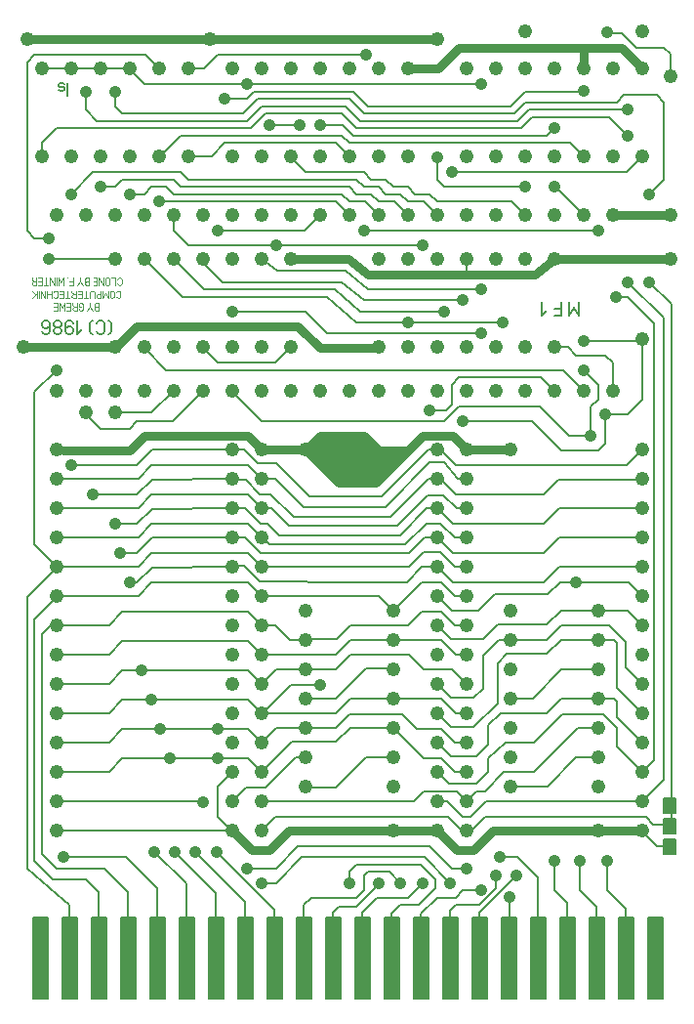
<source format=gbr>
%FSLAX34Y34*%
%MOMM*%
%LNCOPPER_TOP*%
G71*
G01*
%ADD10C,1.230*%
%ADD11C,1.070*%
%ADD12C,0.200*%
%ADD13C,0.800*%
%ADD14C,3.800*%
%ADD15C,0.078*%
%ADD16C,0.144*%
%ADD17C,0.133*%
%LPD*%
X63500Y-342000D02*
G54D10*
D03*
X63500Y-322950D02*
G54D10*
D03*
X88900Y-322950D02*
G54D10*
D03*
X114300Y-322950D02*
G54D10*
D03*
X139700Y-322950D02*
G54D10*
D03*
X88900Y-342000D02*
G54D10*
D03*
X165100Y-322950D02*
G54D10*
D03*
X38100Y-322950D02*
G54D10*
D03*
X38100Y-373750D02*
G54D10*
D03*
X190500Y-373750D02*
G54D10*
D03*
X190500Y-399150D02*
G54D10*
D03*
X38100Y-399150D02*
G54D10*
D03*
X190500Y-322950D02*
G54D10*
D03*
X215900Y-322950D02*
G54D10*
D03*
X241300Y-322950D02*
G54D10*
D03*
X266700Y-322950D02*
G54D10*
D03*
X292100Y-322950D02*
G54D10*
D03*
X317500Y-322950D02*
G54D10*
D03*
X342900Y-322950D02*
G54D10*
D03*
X368300Y-322950D02*
G54D10*
D03*
X393700Y-322950D02*
G54D10*
D03*
X419100Y-322950D02*
G54D10*
D03*
X444500Y-322950D02*
G54D10*
D03*
X469900Y-322950D02*
G54D10*
D03*
X495300Y-322950D02*
G54D10*
D03*
X520700Y-322950D02*
G54D10*
D03*
X38100Y-424550D02*
G54D10*
D03*
X38100Y-449950D02*
G54D10*
D03*
X38100Y-475350D02*
G54D10*
D03*
X38100Y-500750D02*
G54D10*
D03*
X38100Y-526150D02*
G54D10*
D03*
X38100Y-551550D02*
G54D10*
D03*
X38100Y-576950D02*
G54D10*
D03*
X38100Y-602350D02*
G54D10*
D03*
X38100Y-627750D02*
G54D10*
D03*
X38100Y-653150D02*
G54D10*
D03*
X38100Y-678550D02*
G54D10*
D03*
X38100Y-703950D02*
G54D10*
D03*
X190500Y-424550D02*
G54D10*
D03*
X190500Y-449950D02*
G54D10*
D03*
X190500Y-475350D02*
G54D10*
D03*
X190500Y-500750D02*
G54D10*
D03*
X190500Y-526150D02*
G54D10*
D03*
X190500Y-551550D02*
G54D10*
D03*
X190500Y-576950D02*
G54D10*
D03*
X190500Y-602350D02*
G54D10*
D03*
X190500Y-627750D02*
G54D10*
D03*
X190500Y-653150D02*
G54D10*
D03*
X190500Y-678550D02*
G54D10*
D03*
X190500Y-703950D02*
G54D10*
D03*
X215900Y-373750D02*
G54D10*
D03*
X215900Y-399150D02*
G54D10*
D03*
X215900Y-424550D02*
G54D10*
D03*
X215900Y-449950D02*
G54D10*
D03*
X215900Y-475350D02*
G54D10*
D03*
X215900Y-500750D02*
G54D10*
D03*
X215900Y-526150D02*
G54D10*
D03*
X215900Y-551550D02*
G54D10*
D03*
X215900Y-576950D02*
G54D10*
D03*
X215900Y-602350D02*
G54D10*
D03*
X215900Y-627750D02*
G54D10*
D03*
X215900Y-653150D02*
G54D10*
D03*
X215900Y-678550D02*
G54D10*
D03*
X215900Y-703950D02*
G54D10*
D03*
X368300Y-373750D02*
G54D10*
D03*
X368300Y-399150D02*
G54D10*
D03*
X368300Y-424550D02*
G54D10*
D03*
X368300Y-449950D02*
G54D10*
D03*
X368300Y-475350D02*
G54D10*
D03*
X368300Y-500750D02*
G54D10*
D03*
X368300Y-526150D02*
G54D10*
D03*
X368300Y-551550D02*
G54D10*
D03*
X368300Y-576950D02*
G54D10*
D03*
X368300Y-602350D02*
G54D10*
D03*
X368300Y-627750D02*
G54D10*
D03*
X368300Y-653150D02*
G54D10*
D03*
X368300Y-678550D02*
G54D10*
D03*
X368300Y-703950D02*
G54D10*
D03*
X393700Y-373750D02*
G54D10*
D03*
X393700Y-399150D02*
G54D10*
D03*
X393700Y-424550D02*
G54D10*
D03*
X393700Y-449950D02*
G54D10*
D03*
X393700Y-475350D02*
G54D10*
D03*
X393700Y-500750D02*
G54D10*
D03*
X393700Y-526150D02*
G54D10*
D03*
X393700Y-551550D02*
G54D10*
D03*
X393700Y-576950D02*
G54D10*
D03*
X393700Y-602350D02*
G54D10*
D03*
X393700Y-627750D02*
G54D10*
D03*
X393700Y-653150D02*
G54D10*
D03*
X393700Y-678550D02*
G54D10*
D03*
X393700Y-703950D02*
G54D10*
D03*
X546100Y-373750D02*
G54D10*
D03*
X546100Y-399150D02*
G54D10*
D03*
X546100Y-424550D02*
G54D10*
D03*
X546100Y-449950D02*
G54D10*
D03*
X546100Y-475350D02*
G54D10*
D03*
X546100Y-500750D02*
G54D10*
D03*
X546100Y-526150D02*
G54D10*
D03*
X546100Y-551550D02*
G54D10*
D03*
X546100Y-576950D02*
G54D10*
D03*
X546100Y-602350D02*
G54D10*
D03*
X546100Y-627750D02*
G54D10*
D03*
X546100Y-653150D02*
G54D10*
D03*
X546100Y-678550D02*
G54D10*
D03*
X546100Y-703950D02*
G54D10*
D03*
X330200Y-703950D02*
G54D10*
D03*
X330200Y-665850D02*
G54D10*
D03*
X330200Y-640450D02*
G54D10*
D03*
X330200Y-615050D02*
G54D10*
D03*
X330200Y-589650D02*
G54D10*
D03*
X254000Y-665850D02*
G54D10*
D03*
X254000Y-640450D02*
G54D10*
D03*
X254000Y-615050D02*
G54D10*
D03*
X254000Y-589650D02*
G54D10*
D03*
X254000Y-564250D02*
G54D10*
D03*
X254000Y-538850D02*
G54D10*
D03*
X330200Y-538850D02*
G54D10*
D03*
X330200Y-564250D02*
G54D10*
D03*
X254000Y-513450D02*
G54D10*
D03*
X330200Y-513450D02*
G54D10*
D03*
X431800Y-513450D02*
G54D10*
D03*
X431800Y-538850D02*
G54D10*
D03*
X431800Y-564250D02*
G54D10*
D03*
X431800Y-589650D02*
G54D10*
D03*
X431800Y-615050D02*
G54D10*
D03*
X431800Y-640450D02*
G54D10*
D03*
X431800Y-665850D02*
G54D10*
D03*
X508000Y-513450D02*
G54D10*
D03*
X508000Y-538850D02*
G54D10*
D03*
X508000Y-564250D02*
G54D10*
D03*
X508000Y-589650D02*
G54D10*
D03*
X508000Y-615050D02*
G54D10*
D03*
X508000Y-640450D02*
G54D10*
D03*
X508000Y-665850D02*
G54D10*
D03*
X9525Y-284850D02*
G54D10*
D03*
X88900Y-284850D02*
G54D10*
D03*
X114300Y-284850D02*
G54D10*
D03*
X139700Y-284850D02*
G54D10*
D03*
X165100Y-284850D02*
G54D10*
D03*
X190500Y-284850D02*
G54D10*
D03*
X215900Y-284850D02*
G54D10*
D03*
X241300Y-284850D02*
G54D10*
D03*
X317500Y-284850D02*
G54D10*
D03*
X342900Y-284850D02*
G54D10*
D03*
X368300Y-284850D02*
G54D10*
D03*
X393700Y-284850D02*
G54D10*
D03*
X419100Y-284850D02*
G54D10*
D03*
X444500Y-284850D02*
G54D10*
D03*
X469900Y-284850D02*
G54D10*
D03*
X546100Y-278500D02*
G54D10*
D03*
X88900Y-208650D02*
G54D10*
D03*
X114300Y-208650D02*
G54D10*
D03*
X139700Y-208650D02*
G54D10*
D03*
X165100Y-208650D02*
G54D10*
D03*
X190500Y-208650D02*
G54D10*
D03*
X215900Y-208650D02*
G54D10*
D03*
X241300Y-208650D02*
G54D10*
D03*
X317500Y-208650D02*
G54D10*
D03*
X342900Y-208650D02*
G54D10*
D03*
X368300Y-208650D02*
G54D10*
D03*
X393700Y-208650D02*
G54D10*
D03*
X419100Y-208650D02*
G54D10*
D03*
X444500Y-208650D02*
G54D10*
D03*
X469900Y-208650D02*
G54D10*
D03*
X570706Y-208650D02*
G54D10*
D03*
X570706Y-170550D02*
G54D10*
D03*
X520700Y-170550D02*
G54D10*
D03*
X254000Y-373750D02*
G54D10*
D03*
X38100Y-170550D02*
G54D10*
D03*
X63500Y-170550D02*
G54D10*
D03*
X88900Y-170550D02*
G54D10*
D03*
X114300Y-170550D02*
G54D10*
D03*
X139700Y-170550D02*
G54D10*
D03*
X165100Y-170550D02*
G54D10*
D03*
X190500Y-170550D02*
G54D10*
D03*
X215900Y-170550D02*
G54D10*
D03*
X241300Y-170550D02*
G54D10*
D03*
X266700Y-170550D02*
G54D10*
D03*
X292100Y-170550D02*
G54D10*
D03*
X317500Y-170550D02*
G54D10*
D03*
X342900Y-170550D02*
G54D10*
D03*
X368300Y-170550D02*
G54D10*
D03*
X393700Y-170550D02*
G54D10*
D03*
X419100Y-170550D02*
G54D10*
D03*
X444500Y-170550D02*
G54D10*
D03*
X469900Y-170550D02*
G54D10*
D03*
X495300Y-170550D02*
G54D10*
D03*
X25400Y-119750D02*
G54D10*
D03*
X50800Y-119750D02*
G54D10*
D03*
X76200Y-119750D02*
G54D10*
D03*
X101600Y-119750D02*
G54D10*
D03*
X127000Y-119750D02*
G54D10*
D03*
X152400Y-119750D02*
G54D10*
D03*
X190500Y-119750D02*
G54D10*
D03*
X215900Y-119750D02*
G54D10*
D03*
X241300Y-119750D02*
G54D10*
D03*
X266700Y-119750D02*
G54D10*
D03*
X292100Y-119750D02*
G54D10*
D03*
X317500Y-119750D02*
G54D10*
D03*
X342900Y-119750D02*
G54D10*
D03*
X393700Y-119750D02*
G54D10*
D03*
X419100Y-119750D02*
G54D10*
D03*
X444500Y-119750D02*
G54D10*
D03*
X469900Y-119750D02*
G54D10*
D03*
X495300Y-119750D02*
G54D10*
D03*
X520700Y-119750D02*
G54D10*
D03*
X546100Y-119750D02*
G54D10*
D03*
X25400Y-43550D02*
G54D10*
D03*
X50800Y-43550D02*
G54D10*
D03*
X76200Y-43550D02*
G54D10*
D03*
X101600Y-43550D02*
G54D10*
D03*
X127000Y-43550D02*
G54D10*
D03*
X152400Y-43550D02*
G54D10*
D03*
X190500Y-43550D02*
G54D10*
D03*
X215900Y-43550D02*
G54D10*
D03*
X241300Y-43550D02*
G54D10*
D03*
X266700Y-43550D02*
G54D10*
D03*
X292100Y-43550D02*
G54D10*
D03*
X317500Y-43550D02*
G54D10*
D03*
X393700Y-43550D02*
G54D10*
D03*
X419100Y-43550D02*
G54D10*
D03*
X444500Y-43550D02*
G54D10*
D03*
X469900Y-43550D02*
G54D10*
D03*
X495300Y-43550D02*
G54D10*
D03*
X520700Y-43550D02*
G54D10*
D03*
X546100Y-43550D02*
G54D10*
D03*
X12700Y-18150D02*
G54D10*
D03*
X171450Y-18150D02*
G54D10*
D03*
X368300Y-18150D02*
G54D10*
D03*
X444500Y-11800D02*
G54D10*
D03*
X546100Y-11800D02*
G54D10*
D03*
X508000Y-703950D02*
G54D10*
D03*
X570706Y-50694D02*
G54D10*
D03*
X63500Y-63500D02*
G54D11*
D03*
X88900Y-63500D02*
G54D11*
D03*
X184150Y-69850D02*
G54D11*
D03*
X203200Y-57150D02*
G54D11*
D03*
X406400Y-57150D02*
G54D11*
D03*
X495300Y-63103D02*
G54D11*
D03*
X342900Y-43550D02*
G54D10*
D03*
X223044Y-92869D02*
G54D11*
D03*
X249238Y-92869D02*
G54D11*
D03*
X266700Y-92869D02*
G54D11*
D03*
X469900Y-95250D02*
G54D11*
D03*
X533400Y-101600D02*
G54D11*
D03*
X533400Y-79375D02*
G54D11*
D03*
X368300Y-120650D02*
G54D11*
D03*
X381000Y-133350D02*
G54D11*
D03*
X444500Y-146050D02*
G54D11*
D03*
X469900Y-146050D02*
G54D11*
D03*
X515938Y-11906D02*
G54D11*
D03*
X50800Y-152400D02*
G54D11*
D03*
X76200Y-146050D02*
G54D11*
D03*
X101600Y-152400D02*
G54D11*
D03*
X127000Y-158750D02*
G54D11*
D03*
X552450Y-152400D02*
G54D11*
D03*
X533400Y-228600D02*
G54D11*
D03*
X552450Y-228600D02*
G54D11*
D03*
X523081Y-241300D02*
G54D11*
D03*
X31750Y-190500D02*
G54D11*
D03*
X177800Y-184150D02*
G54D11*
D03*
X228600Y-196850D02*
G54D11*
D03*
X304800Y-184150D02*
G54D11*
D03*
X355600Y-196850D02*
G54D11*
D03*
X508000Y-184150D02*
G54D11*
D03*
X190500Y-254000D02*
G54D11*
D03*
X342900Y-263525D02*
G54D11*
D03*
X390525Y-244475D02*
G54D11*
D03*
X406400Y-234950D02*
G54D11*
D03*
X374650Y-254000D02*
G54D11*
D03*
X406400Y-273050D02*
G54D11*
D03*
X425450Y-263525D02*
G54D11*
D03*
X306388Y-31750D02*
G54D11*
D03*
X495300Y-279400D02*
G54D11*
D03*
X495300Y-304800D02*
G54D11*
D03*
X514350Y-342900D02*
G54D11*
D03*
X501650Y-361950D02*
G54D11*
D03*
X390525Y-349250D02*
G54D11*
D03*
X361950Y-339725D02*
G54D11*
D03*
X431800Y-373750D02*
G54D10*
D03*
X38100Y-304800D02*
G54D11*
D03*
X50800Y-387350D02*
G54D11*
D03*
X69850Y-412750D02*
G54D11*
D03*
X88900Y-438150D02*
G54D11*
D03*
X92869Y-463550D02*
G54D11*
D03*
X101600Y-488950D02*
G54D11*
D03*
X111919Y-565150D02*
G54D11*
D03*
X119856Y-590550D02*
G54D11*
D03*
X488950Y-488950D02*
G54D11*
D03*
X128191Y-615950D02*
G54D11*
D03*
X136128Y-641350D02*
G54D11*
D03*
X177800Y-615950D02*
G54D11*
D03*
X177800Y-641350D02*
G54D11*
D03*
X165100Y-679450D02*
G54D11*
D03*
X266700Y-577850D02*
G54D11*
D03*
G54D12*
X215900Y-602350D02*
X216800Y-602350D01*
X241300Y-577850D01*
X266700Y-577850D01*
X123031Y-722312D02*
G54D11*
D03*
X140494Y-722312D02*
G54D11*
D03*
X158353Y-722312D02*
G54D11*
D03*
X176609Y-722312D02*
G54D11*
D03*
X44450Y-727075D02*
G54D11*
D03*
X203200Y-736600D02*
G54D11*
D03*
X215900Y-749300D02*
G54D11*
D03*
X292100Y-749300D02*
G54D11*
D03*
X317500Y-749300D02*
G54D11*
D03*
X336550Y-749300D02*
G54D11*
D03*
X355600Y-749300D02*
G54D11*
D03*
X379412Y-749300D02*
G54D11*
D03*
X393700Y-736600D02*
G54D11*
D03*
X406400Y-755650D02*
G54D11*
D03*
X419100Y-742950D02*
G54D11*
D03*
X422275Y-727075D02*
G54D11*
D03*
X431244Y-761365D02*
G54D11*
D03*
X436562Y-742950D02*
G54D11*
D03*
X469900Y-730250D02*
G54D11*
D03*
X491728Y-730250D02*
G54D11*
D03*
X515938Y-730250D02*
G54D11*
D03*
G54D12*
X38100Y-703950D02*
X190500Y-703950D01*
G54D12*
X38100Y-678550D02*
X164200Y-678550D01*
X165100Y-679450D01*
G54D12*
X136128Y-641350D02*
X177800Y-641350D01*
G54D12*
X128191Y-615950D02*
X177800Y-615950D01*
G54D12*
X119856Y-590550D02*
X204100Y-590550D01*
X215900Y-602350D01*
G54D12*
X38100Y-500750D02*
X108850Y-500750D01*
X120650Y-488950D01*
X204100Y-488950D01*
X215900Y-500750D01*
G36*
X43021Y-779621D02*
X55721Y-779621D01*
X55721Y-849471D01*
X43021Y-849471D01*
X43021Y-779621D01*
G37*
G54D12*
X43021Y-779621D02*
X55721Y-779621D01*
X55721Y-849471D01*
X43021Y-849471D01*
X43021Y-779621D01*
G36*
X17621Y-779621D02*
X30321Y-779621D01*
X30321Y-849471D01*
X17621Y-849471D01*
X17621Y-779621D01*
G37*
G54D12*
X17621Y-779621D02*
X30321Y-779621D01*
X30321Y-849471D01*
X17621Y-849471D01*
X17621Y-779621D01*
X23999Y-789440D02*
G54D10*
D03*
G54D12*
X190500Y-703950D02*
X189600Y-703950D01*
X177800Y-692150D01*
X177800Y-665850D01*
X190500Y-653150D01*
G54D12*
X111919Y-565150D02*
X204100Y-565150D01*
X215900Y-576950D01*
G54D13*
X44450Y-374650D02*
X101600Y-374650D01*
X114300Y-361950D01*
X204100Y-361950D01*
X215900Y-373750D01*
G54D13*
X215900Y-373750D02*
X254000Y-373750D01*
G54D13*
X393700Y-373750D02*
X431800Y-373750D01*
X292100Y-382191D02*
G54D14*
D03*
G36*
X260350Y-368300D02*
X266700Y-361950D01*
X304800Y-361950D01*
X317500Y-374650D01*
X342900Y-374650D01*
X314722Y-402828D01*
X283078Y-402828D01*
X254000Y-373750D01*
X260350Y-368300D01*
G37*
G54D13*
X260350Y-368300D02*
X266700Y-361950D01*
X304800Y-361950D01*
X317500Y-374650D01*
X342900Y-374650D01*
X314722Y-402828D01*
X283078Y-402828D01*
X254000Y-373750D01*
X260350Y-368300D01*
G54D13*
X342900Y-374650D02*
X355600Y-361950D01*
X381900Y-361950D01*
X393700Y-373750D01*
G54D12*
X50800Y-387350D02*
X107950Y-387350D01*
X121444Y-373856D01*
X190500Y-373750D01*
G54D12*
X38100Y-399150D02*
X108850Y-399150D01*
X120650Y-387350D01*
X204100Y-387350D01*
X215900Y-399150D01*
G54D12*
X69850Y-412750D02*
X107950Y-412750D01*
X121047Y-399653D01*
X190500Y-399150D01*
G54D12*
X38100Y-424550D02*
X108850Y-424550D01*
X120650Y-412750D01*
X204100Y-412750D01*
X215900Y-424550D01*
G54D12*
X88900Y-438150D02*
X107950Y-438150D01*
X121047Y-425053D01*
X190500Y-424550D01*
G54D12*
X38100Y-449950D02*
X108850Y-449950D01*
X120650Y-438150D01*
X204100Y-438150D01*
X215900Y-449950D01*
G54D12*
X92869Y-463550D02*
X107950Y-463550D01*
X121444Y-450056D01*
X190500Y-449950D01*
G54D12*
X38100Y-475350D02*
X108850Y-475350D01*
X120650Y-463550D01*
X204100Y-463550D01*
X215900Y-475350D01*
G54D12*
X101600Y-488950D02*
X107950Y-488950D01*
X121047Y-475853D01*
X190500Y-475350D01*
G54D12*
X38100Y-653150D02*
X83450Y-653150D01*
X95250Y-641350D01*
X136128Y-641350D01*
G54D12*
X38100Y-602350D02*
X83450Y-602350D01*
X95250Y-590550D01*
X119856Y-590550D01*
G54D12*
X38100Y-576950D02*
X83450Y-576950D01*
X95250Y-565150D01*
X111919Y-565150D01*
G54D12*
X38100Y-551550D02*
X83450Y-551550D01*
X95250Y-539750D01*
X204100Y-539750D01*
X215900Y-551550D01*
G54D12*
X38100Y-526150D02*
X83450Y-526150D01*
X95250Y-514350D01*
X204100Y-514350D01*
X215900Y-526150D01*
G54D12*
X177800Y-641350D02*
X204100Y-641350D01*
X215900Y-653150D01*
G54D12*
X177800Y-615950D02*
X204100Y-615950D01*
X215900Y-627750D01*
G54D13*
X9525Y-284850D02*
X88900Y-284850D01*
X89800Y-284850D01*
X107950Y-266700D01*
X247650Y-266700D01*
X266700Y-285750D01*
X316600Y-285750D01*
X317500Y-284850D01*
G54D13*
X12700Y-18150D02*
X171450Y-18150D01*
X368300Y-18150D01*
G54D13*
X342900Y-43550D02*
X368988Y-43550D01*
X369094Y-43656D01*
X387350Y-25400D01*
X527950Y-25400D01*
X546100Y-43550D01*
G54D13*
X495300Y-25400D02*
X495300Y-43550D01*
G54D15*
X89745Y-237384D02*
X90212Y-236606D01*
X91145Y-236217D01*
X92078Y-236217D01*
X93012Y-236606D01*
X93478Y-237384D01*
X93478Y-241273D01*
X93012Y-242050D01*
X92078Y-242439D01*
X91145Y-242439D01*
X90212Y-242050D01*
X89745Y-241273D01*
G54D15*
X84301Y-241273D02*
X84301Y-237384D01*
X84768Y-236606D01*
X85701Y-236217D01*
X86634Y-236217D01*
X87568Y-236606D01*
X88034Y-237384D01*
X88034Y-241273D01*
X87568Y-242050D01*
X86634Y-242439D01*
X85701Y-242439D01*
X84768Y-242050D01*
X84301Y-241273D01*
G54D15*
X82590Y-236217D02*
X82590Y-242439D01*
X80257Y-238550D01*
X77924Y-242439D01*
X77924Y-236217D01*
G54D15*
X76212Y-236217D02*
X76212Y-242439D01*
X73879Y-242439D01*
X72946Y-242050D01*
X72479Y-241273D01*
X72479Y-240495D01*
X72946Y-239717D01*
X73879Y-239328D01*
X76212Y-239328D01*
G54D15*
X70768Y-242439D02*
X70768Y-237384D01*
X70302Y-236606D01*
X69368Y-236217D01*
X68435Y-236217D01*
X67502Y-236606D01*
X67035Y-237384D01*
X67035Y-242439D01*
G54D15*
X63458Y-236217D02*
X63458Y-242439D01*
G54D15*
X65324Y-242439D02*
X61591Y-242439D01*
G54D15*
X56614Y-236217D02*
X59880Y-236217D01*
X59880Y-242439D01*
X56614Y-242439D01*
G54D15*
X59880Y-239328D02*
X56614Y-239328D01*
G54D15*
X53036Y-239328D02*
X51636Y-238550D01*
X51169Y-237773D01*
X51169Y-236217D01*
G54D15*
X54902Y-236217D02*
X54902Y-242439D01*
X52569Y-242439D01*
X51636Y-242050D01*
X51169Y-241273D01*
X51169Y-240495D01*
X51636Y-239717D01*
X52569Y-239328D01*
X54902Y-239328D01*
G54D15*
X47592Y-236217D02*
X47592Y-242439D01*
G54D15*
X49458Y-242439D02*
X45725Y-242439D01*
G54D15*
X40748Y-236217D02*
X44014Y-236217D01*
X44014Y-242439D01*
X40748Y-242439D01*
G54D15*
X44014Y-239328D02*
X40748Y-239328D01*
G54D15*
X35303Y-237384D02*
X35770Y-236606D01*
X36703Y-236217D01*
X37636Y-236217D01*
X38570Y-236606D01*
X39036Y-237384D01*
X39036Y-241273D01*
X38570Y-242050D01*
X37636Y-242439D01*
X36703Y-242439D01*
X35770Y-242050D01*
X35303Y-241273D01*
G54D15*
X33592Y-236217D02*
X33592Y-242439D01*
G54D15*
X29859Y-236217D02*
X29859Y-242439D01*
G54D15*
X33592Y-239328D02*
X29859Y-239328D01*
G54D15*
X28148Y-236217D02*
X28148Y-242439D01*
X24415Y-236217D01*
X24415Y-242439D01*
G54D15*
X22704Y-236217D02*
X22704Y-242439D01*
G54D15*
X20994Y-236217D02*
X20994Y-242439D01*
G54D15*
X20994Y-238162D02*
X17260Y-242439D01*
G54D15*
X19594Y-239328D02*
X17260Y-236217D01*
G54D15*
X74724Y-247176D02*
X74724Y-253398D01*
X72391Y-253398D01*
X71457Y-253010D01*
X70991Y-252232D01*
X70991Y-251454D01*
X71457Y-250676D01*
X72391Y-250287D01*
X71457Y-249898D01*
X70991Y-249121D01*
X70991Y-248343D01*
X71457Y-247565D01*
X72391Y-247176D01*
X74724Y-247176D01*
G54D15*
X74724Y-250287D02*
X72391Y-250287D01*
G54D15*
X69280Y-253398D02*
X66947Y-250287D01*
X66947Y-247176D01*
G54D15*
X66947Y-250287D02*
X64613Y-253398D01*
G54D15*
X59231Y-250287D02*
X57365Y-250287D01*
X57365Y-248343D01*
X57831Y-247565D01*
X58765Y-247176D01*
X59698Y-247176D01*
X60631Y-247565D01*
X61098Y-248343D01*
X61098Y-252232D01*
X60631Y-253010D01*
X59698Y-253398D01*
X58765Y-253398D01*
X57831Y-253010D01*
X57365Y-252232D01*
G54D15*
X53787Y-250287D02*
X52387Y-249510D01*
X51921Y-248732D01*
X51921Y-247176D01*
G54D15*
X55654Y-247176D02*
X55654Y-253398D01*
X53321Y-253398D01*
X52387Y-253010D01*
X51921Y-252232D01*
X51921Y-251454D01*
X52387Y-250676D01*
X53321Y-250287D01*
X55654Y-250287D01*
G54D15*
X46943Y-247176D02*
X50210Y-247176D01*
X50210Y-253398D01*
X46943Y-253398D01*
G54D15*
X50210Y-250287D02*
X46943Y-250287D01*
G54D15*
X45232Y-253398D02*
X45232Y-247176D01*
X42899Y-251065D01*
X40565Y-247176D01*
X40565Y-253398D01*
G54D15*
X35587Y-247176D02*
X38854Y-247176D01*
X38854Y-253398D01*
X35587Y-253398D01*
G54D15*
X38854Y-250287D02*
X35587Y-250287D01*
G54D16*
X82738Y-273802D02*
X84472Y-273079D01*
X85338Y-271635D01*
X85338Y-264413D01*
X84472Y-262968D01*
X82738Y-262246D01*
G54D16*
X72627Y-264413D02*
X73494Y-262968D01*
X75227Y-262246D01*
X76960Y-262246D01*
X78694Y-262968D01*
X79560Y-264413D01*
X79560Y-271635D01*
X78694Y-273079D01*
X76960Y-273802D01*
X75227Y-273802D01*
X73494Y-273079D01*
X72627Y-271635D01*
G54D16*
X69450Y-273802D02*
X67716Y-273079D01*
X66850Y-271635D01*
X66850Y-264413D01*
X67716Y-262968D01*
X69450Y-262246D01*
G54D16*
X60320Y-269468D02*
X55987Y-273802D01*
X55987Y-262246D01*
G54D16*
X52810Y-264413D02*
X51943Y-262968D01*
X50210Y-262246D01*
X48476Y-262246D01*
X46743Y-262968D01*
X45876Y-264413D01*
X45876Y-268024D01*
X45876Y-268746D01*
X48476Y-267302D01*
X50210Y-267302D01*
X51943Y-268024D01*
X52810Y-269468D01*
X52810Y-271635D01*
X51943Y-273079D01*
X50210Y-273802D01*
X48476Y-273802D01*
X46743Y-273079D01*
X45876Y-271635D01*
X45876Y-268024D01*
G54D16*
X38365Y-268024D02*
X40098Y-268024D01*
X41832Y-268746D01*
X42698Y-270190D01*
X42698Y-271635D01*
X41832Y-273079D01*
X40098Y-273802D01*
X38365Y-273802D01*
X36632Y-273079D01*
X35765Y-271635D01*
X35765Y-270190D01*
X36632Y-268746D01*
X38365Y-268024D01*
X36632Y-267302D01*
X35765Y-265857D01*
X35765Y-264413D01*
X36632Y-262968D01*
X38365Y-262246D01*
X40098Y-262246D01*
X41832Y-262968D01*
X42698Y-264413D01*
X42698Y-265857D01*
X41832Y-267302D01*
X40098Y-268024D01*
G54D16*
X25654Y-271635D02*
X26521Y-273079D01*
X28254Y-273802D01*
X29988Y-273802D01*
X31721Y-273079D01*
X32588Y-271635D01*
X32588Y-268024D01*
X32588Y-267302D01*
X29988Y-268746D01*
X28254Y-268746D01*
X26521Y-268024D01*
X25654Y-266579D01*
X25654Y-264413D01*
X26521Y-262968D01*
X28254Y-262246D01*
X29988Y-262246D01*
X31721Y-262968D01*
X32588Y-264413D01*
X32588Y-268024D01*
G54D12*
X88900Y-342000D02*
X120650Y-342000D01*
X139700Y-322950D01*
G54D12*
X63500Y-342000D02*
X63500Y-342900D01*
X76200Y-355600D01*
X101600Y-355600D01*
X107950Y-349250D01*
X138800Y-349250D01*
X165100Y-322950D01*
G54D12*
X38100Y-304800D02*
X19050Y-323850D01*
X19050Y-456300D01*
X38100Y-475350D01*
G54D12*
X31750Y-208650D02*
X88900Y-208650D01*
G54D12*
X165100Y-284850D02*
X165100Y-285750D01*
X177800Y-298450D01*
X227700Y-298450D01*
X241300Y-284850D01*
G54D16*
X490988Y-246269D02*
X490988Y-257825D01*
X486655Y-250603D01*
X482322Y-257825D01*
X482322Y-246269D01*
G54D16*
X475792Y-246269D02*
X475792Y-257825D01*
X469726Y-257825D01*
G54D16*
X475792Y-252047D02*
X469726Y-252047D01*
G54D16*
X463196Y-253492D02*
X458863Y-257825D01*
X458863Y-246269D01*
G54D12*
X190500Y-254000D02*
X254000Y-254000D01*
X273050Y-273050D01*
X406400Y-273050D01*
G54D12*
X406400Y-234950D02*
X307975Y-234950D01*
X288925Y-219075D01*
X229500Y-219075D01*
X215900Y-208650D01*
G54D12*
X390525Y-244475D02*
X304800Y-244475D01*
X285750Y-228600D01*
X181875Y-228600D01*
X161925Y-208650D01*
G54D12*
X374650Y-254000D02*
X301625Y-254000D01*
X279400Y-234950D01*
X166000Y-234950D01*
X139700Y-208650D01*
G54D12*
X342900Y-263525D02*
X298450Y-263525D01*
X273050Y-241300D01*
X146950Y-241300D01*
X114300Y-208650D01*
G54D12*
X342900Y-263525D02*
X425450Y-263525D01*
G54D13*
X241300Y-208650D02*
X291200Y-208650D01*
X307975Y-222250D01*
X453125Y-222250D01*
X469900Y-208650D01*
G54D13*
X469900Y-208650D02*
X570706Y-208650D01*
G54D12*
X139700Y-170550D02*
X139700Y-184150D01*
X152400Y-196850D01*
X228600Y-196850D01*
X355600Y-196850D01*
G54D12*
X177800Y-184150D02*
X253100Y-184150D01*
X266700Y-170550D01*
G54D12*
X127000Y-158750D02*
X280300Y-158750D01*
X292100Y-170550D01*
G54D12*
X101600Y-152400D02*
X114300Y-152400D01*
X120650Y-146050D01*
X133350Y-146050D01*
X139700Y-152400D01*
X285750Y-152400D01*
X292100Y-158750D01*
X305700Y-158750D01*
X317500Y-170550D01*
G54D12*
X76200Y-146050D02*
X88900Y-146050D01*
X95250Y-139700D01*
X139700Y-139700D01*
X146050Y-146050D01*
X292100Y-146050D01*
X298450Y-152400D01*
X311150Y-152400D01*
X317500Y-158750D01*
X331100Y-158750D01*
X342900Y-170550D01*
G54D12*
X50800Y-152400D02*
X69850Y-133350D01*
X146050Y-133350D01*
X152400Y-139700D01*
X298450Y-139700D01*
X304800Y-146050D01*
X317500Y-146050D01*
X323850Y-152400D01*
X336550Y-152400D01*
X342900Y-158750D01*
X356500Y-158750D01*
X368300Y-170550D01*
G54D12*
X241300Y-119750D02*
X241300Y-120650D01*
X254000Y-133350D01*
X304800Y-133350D01*
X311150Y-139700D01*
X323850Y-139700D01*
X330200Y-146050D01*
X342900Y-146050D01*
X349250Y-152400D01*
X361950Y-152400D01*
X368300Y-158750D01*
X432700Y-158750D01*
X444500Y-170550D01*
G54D12*
X152400Y-119750D02*
X172350Y-119750D01*
X184150Y-107950D01*
X280300Y-107950D01*
X292100Y-119750D01*
G54D12*
X127000Y-119750D02*
X127900Y-119750D01*
X146050Y-101600D01*
X285750Y-101600D01*
X292100Y-107950D01*
X483500Y-107950D01*
X495300Y-119750D01*
G54D12*
X223044Y-92869D02*
X249238Y-92869D01*
G54D12*
X368300Y-120650D02*
X368300Y-139700D01*
X374650Y-146050D01*
X444500Y-146050D01*
G54D12*
X469900Y-146050D02*
X470800Y-146050D01*
X495300Y-170550D01*
G54D12*
X381000Y-133350D02*
X532500Y-133350D01*
X546100Y-119750D01*
G54D13*
X520700Y-170550D02*
X570706Y-170550D01*
G54D12*
X304800Y-184150D02*
X508000Y-184150D01*
G54D12*
X25400Y-43550D02*
X50800Y-43550D01*
X76200Y-43550D01*
X101600Y-43550D01*
G54D12*
X31750Y-190500D02*
X19050Y-190500D01*
X12700Y-184150D01*
X12700Y-38100D01*
X19050Y-31750D01*
X115200Y-31750D01*
X127000Y-43550D01*
G54D12*
X152400Y-43550D02*
X166000Y-43550D01*
X177800Y-31750D01*
X306388Y-31750D01*
G54D12*
X203200Y-57150D02*
X406400Y-57150D01*
G54D12*
X101600Y-43550D02*
X101600Y-44450D01*
X114300Y-57150D01*
X203200Y-57150D01*
G54D12*
X570706Y-50694D02*
X570706Y-30956D01*
X565150Y-25400D01*
X540941Y-25400D01*
X528638Y-12700D01*
X514350Y-12700D01*
G54D12*
X25400Y-119750D02*
X25400Y-107950D01*
X38100Y-95250D01*
X206375Y-95250D01*
X219075Y-82550D01*
X285750Y-82550D01*
X298450Y-95250D01*
X441325Y-95250D01*
X450850Y-85725D01*
X517525Y-85725D01*
X533400Y-101600D01*
G54D12*
X266700Y-92869D02*
X286544Y-92869D01*
X295275Y-101600D01*
X463550Y-101600D01*
X469900Y-95250D01*
G54D12*
X63500Y-63500D02*
X63500Y-79375D01*
X73025Y-88900D01*
X203200Y-88900D01*
X215900Y-76200D01*
X288925Y-76200D01*
X301625Y-88900D01*
X438150Y-88900D01*
X447675Y-79375D01*
X533400Y-79375D01*
G54D12*
X88900Y-63500D02*
X88900Y-76200D01*
X95250Y-82550D01*
X200025Y-82550D01*
X212725Y-69850D01*
X292100Y-69850D01*
X304800Y-82550D01*
X434975Y-82550D01*
X444500Y-73025D01*
X523875Y-73025D01*
X530225Y-66675D01*
X558800Y-66675D01*
X565150Y-73025D01*
X565150Y-139700D01*
X552450Y-152400D01*
G54D12*
X184150Y-69850D02*
X203200Y-69850D01*
X209550Y-63500D01*
X295275Y-63500D01*
X307975Y-76200D01*
X431800Y-76200D01*
X444500Y-63500D01*
X493712Y-63500D01*
X495300Y-65088D01*
G54D12*
X495300Y-279400D02*
X545200Y-279400D01*
X546100Y-278500D01*
G54D12*
X546100Y-278500D02*
X546100Y-330200D01*
X533400Y-342900D01*
X514350Y-342900D01*
G54D12*
X469900Y-284850D02*
X481700Y-284850D01*
X488950Y-292100D01*
X514350Y-292100D01*
X520700Y-298450D01*
X520700Y-322950D01*
G54D12*
X495300Y-304800D02*
X508000Y-317500D01*
X508000Y-330200D01*
X501650Y-336550D01*
X501650Y-361950D01*
G54D12*
X361950Y-339725D02*
X376238Y-339725D01*
X381000Y-334962D01*
X381000Y-317500D01*
X387350Y-311150D01*
X458100Y-311150D01*
X469900Y-322950D01*
G54D12*
X190500Y-322950D02*
X190500Y-323850D01*
X215900Y-349250D01*
X374650Y-349250D01*
G54D12*
X374650Y-349250D02*
X387350Y-336550D01*
X457200Y-336550D01*
X482600Y-361950D01*
X501650Y-361950D01*
G54D12*
X114300Y-284850D02*
X114300Y-285750D01*
X133350Y-304800D01*
X477150Y-304800D01*
X495300Y-322950D01*
G54D12*
X390525Y-349250D02*
X450850Y-349250D01*
X476250Y-374650D01*
X508000Y-374650D01*
X514350Y-368300D01*
X514350Y-342900D01*
G54D12*
X38100Y-526150D02*
X32650Y-526150D01*
X25400Y-533400D01*
X25400Y-723900D01*
X38100Y-736600D01*
G54D12*
X38100Y-500750D02*
X38100Y-501650D01*
X19050Y-520700D01*
X19050Y-730250D01*
X34925Y-746125D01*
G54D12*
X38100Y-475350D02*
X38100Y-476250D01*
X12700Y-501650D01*
X12700Y-736600D01*
X38100Y-758825D01*
G54D12*
X38100Y-736600D02*
X79375Y-736600D01*
X100012Y-757238D01*
X100012Y-781050D01*
G54D12*
X34925Y-746125D02*
X63500Y-746125D01*
X74612Y-757238D01*
X74612Y-781050D01*
G54D12*
X44450Y-727075D02*
X98425Y-727075D01*
X125412Y-754062D01*
X125412Y-781050D01*
G54D12*
X38100Y-758825D02*
X49212Y-768350D01*
X49212Y-781050D01*
G54D13*
X330200Y-703950D02*
X368300Y-703950D01*
G54D13*
X508000Y-703950D02*
X546100Y-703950D01*
G54D13*
X508000Y-703950D02*
X416825Y-703950D01*
X400050Y-720725D01*
X385075Y-720725D01*
X368300Y-703950D01*
G54D13*
X330200Y-703950D02*
X239819Y-703950D01*
X223044Y-720725D01*
X207275Y-720725D01*
X190500Y-703950D01*
G54D12*
X203200Y-736600D02*
X228600Y-736600D01*
X247650Y-717550D01*
X361950Y-717550D01*
X381000Y-736600D01*
X393700Y-736600D01*
G54D12*
X215900Y-749300D02*
X228600Y-749300D01*
X250825Y-727075D01*
X357188Y-727075D01*
X379412Y-749300D01*
G54D12*
X292100Y-749300D02*
X292100Y-739775D01*
X298450Y-733425D01*
X354012Y-733425D01*
X366712Y-746125D01*
X366712Y-754062D01*
X352425Y-768350D01*
X336550Y-768350D01*
X328612Y-776288D01*
X328612Y-781050D01*
G54D12*
X336550Y-749300D02*
X327025Y-739775D01*
X307975Y-739775D01*
X304800Y-742950D01*
X304800Y-755650D01*
X298450Y-762000D01*
X258762Y-762000D01*
X252412Y-768350D01*
X252412Y-784225D01*
G54D12*
X355600Y-749300D02*
X342900Y-762000D01*
X315912Y-762000D01*
X303212Y-774700D01*
X303212Y-784225D01*
G54D12*
X317500Y-749300D02*
X317500Y-750888D01*
X298450Y-769938D01*
X282575Y-769938D01*
X277812Y-774700D01*
X277812Y-782638D01*
G54D12*
X406400Y-755650D02*
X390525Y-755650D01*
X384175Y-762000D01*
X368300Y-762000D01*
X354012Y-776288D01*
X354012Y-781050D01*
G54D12*
X419100Y-742950D02*
X419100Y-754062D01*
X404812Y-768350D01*
X384175Y-768350D01*
X379412Y-773112D01*
X379412Y-781050D01*
G54D12*
X431244Y-761365D02*
X431244Y-783193D01*
X431800Y-782638D01*
G54D12*
X436562Y-742950D02*
X404812Y-774700D01*
X404812Y-782638D01*
G54D12*
X422275Y-727075D02*
X438150Y-727075D01*
X455612Y-744538D01*
X455612Y-781050D01*
G36*
X565150Y-711200D02*
X574675Y-711200D01*
X574675Y-723900D01*
X565150Y-723900D01*
X565150Y-711200D01*
G37*
G54D12*
X565150Y-711200D02*
X574675Y-711200D01*
X574675Y-723900D01*
X565150Y-723900D01*
X565150Y-711200D01*
G36*
X565150Y-693738D02*
X574675Y-693738D01*
X574675Y-706438D01*
X565150Y-706438D01*
X565150Y-693738D01*
G37*
G54D12*
X565150Y-693738D02*
X574675Y-693738D01*
X574675Y-706438D01*
X565150Y-706438D01*
X565150Y-693738D01*
G36*
X565150Y-676275D02*
X574675Y-676275D01*
X574675Y-688975D01*
X565150Y-688975D01*
X565150Y-676275D01*
G37*
G54D12*
X565150Y-676275D02*
X574675Y-676275D01*
X574675Y-688975D01*
X565150Y-688975D01*
X565150Y-676275D01*
G54D12*
X546100Y-703950D02*
X546100Y-704850D01*
X558800Y-717550D01*
X566738Y-717550D01*
G54D12*
X393700Y-703950D02*
X397775Y-703950D01*
X409575Y-692150D01*
X549275Y-692150D01*
X555625Y-698500D01*
X568325Y-698500D01*
G54D12*
X393700Y-703950D02*
X389625Y-703950D01*
X377825Y-692150D01*
X227700Y-692150D01*
X215900Y-703950D01*
G54D12*
X571500Y-679450D02*
X571500Y-247650D01*
X552450Y-228600D01*
G54D12*
X469900Y-730250D02*
X469900Y-755650D01*
X481012Y-766762D01*
X481012Y-781050D01*
G54D12*
X491728Y-730250D02*
X491728Y-755253D01*
X506412Y-769938D01*
X506412Y-782638D01*
G54D12*
X515938Y-730250D02*
X515938Y-755650D01*
X531812Y-771525D01*
X531812Y-781050D01*
G54D12*
X215900Y-500750D02*
X317500Y-500750D01*
X330200Y-513450D01*
G54D12*
X368300Y-373750D02*
X370575Y-373750D01*
X384175Y-387350D01*
X532500Y-387350D01*
X546100Y-373750D01*
G54D12*
X368300Y-399150D02*
X370575Y-399150D01*
X384175Y-412750D01*
X460375Y-412750D01*
X473075Y-400050D01*
X545200Y-400050D01*
X546100Y-399150D01*
G54D12*
X546100Y-424550D02*
X473975Y-424550D01*
X460375Y-438150D01*
X381900Y-438150D01*
X368300Y-424550D01*
G54D12*
X546100Y-449950D02*
X473975Y-449950D01*
X460375Y-463550D01*
X381900Y-463550D01*
X368300Y-449950D01*
G54D12*
X546100Y-475350D02*
X473975Y-475350D01*
X460375Y-488950D01*
X381900Y-488950D01*
X368300Y-475350D01*
G54D12*
X393700Y-500750D02*
X383275Y-500750D01*
X371475Y-488950D01*
X354700Y-488950D01*
X330200Y-513450D01*
G54D12*
X368300Y-500750D02*
X368300Y-500856D01*
X381000Y-513556D01*
X404019Y-513556D01*
X418306Y-499269D01*
X464344Y-499269D01*
X474662Y-488950D01*
X488950Y-488950D01*
G54D12*
X546100Y-526150D02*
X545994Y-526150D01*
X533400Y-513556D01*
X508106Y-513556D01*
X508000Y-513450D01*
G54D12*
X546100Y-500750D02*
X545994Y-500750D01*
X534194Y-488950D01*
X488950Y-488950D01*
G54D12*
X546100Y-576950D02*
X545994Y-576950D01*
X531812Y-562769D01*
X531812Y-540544D01*
X517525Y-526256D01*
X476250Y-526256D01*
X463550Y-538956D01*
X431906Y-538956D01*
X431800Y-538850D01*
G54D12*
X546100Y-602350D02*
X545994Y-602350D01*
X523875Y-580231D01*
X523875Y-541338D01*
X521494Y-538956D01*
X508106Y-538956D01*
X508000Y-538850D01*
G54D12*
X546100Y-627750D02*
X545994Y-627750D01*
X523875Y-605631D01*
G54D12*
X523875Y-605631D02*
X523875Y-592138D01*
X521494Y-589756D01*
X508106Y-589756D01*
X508000Y-589650D01*
G54D12*
X431800Y-665850D02*
X463656Y-665850D01*
X488950Y-640556D01*
X507894Y-640556D01*
X508000Y-640450D01*
G54D12*
X546100Y-678550D02*
X410475Y-678550D01*
X396875Y-692150D01*
X390525Y-692150D01*
X377031Y-678656D01*
X368406Y-678656D01*
X368300Y-678550D01*
G54D12*
X393700Y-678550D02*
X393806Y-678550D01*
X402431Y-669925D01*
X409575Y-669925D01*
X426244Y-653256D01*
X452438Y-653256D01*
X490538Y-615156D01*
X507894Y-615156D01*
X508000Y-615050D01*
G54D12*
X393700Y-678550D02*
X393594Y-678550D01*
X384969Y-669925D01*
G54D12*
X384969Y-669925D02*
X356394Y-669925D01*
X347662Y-678656D01*
X215900Y-678550D01*
G54D12*
X546100Y-653150D02*
X545994Y-653150D01*
X523875Y-631031D01*
X523875Y-615156D01*
X511969Y-603250D01*
G54D12*
X511969Y-603250D02*
X477044Y-603250D01*
X452438Y-627856D01*
X427831Y-627856D01*
X412750Y-641350D01*
X412750Y-653256D01*
X402431Y-663575D01*
X378725Y-663575D01*
X368300Y-653150D01*
G54D12*
X431800Y-589650D02*
X450956Y-589650D01*
X476250Y-564356D01*
X507894Y-564356D01*
X508000Y-564250D01*
G54D12*
X508000Y-589650D02*
X475959Y-589650D01*
X463153Y-602456D01*
X423069Y-602456D01*
X412750Y-612775D01*
X412750Y-629444D01*
X402431Y-639762D01*
X380312Y-639762D01*
X368300Y-627750D01*
G54D12*
X38100Y-627750D02*
X83450Y-627750D01*
X95250Y-615950D01*
X128191Y-615950D01*
G54D12*
X508000Y-538850D02*
X475562Y-538850D01*
X463550Y-550862D01*
X428625Y-550862D01*
X420688Y-558800D01*
X420688Y-593725D01*
X400050Y-614362D01*
X380312Y-614362D01*
X368300Y-602350D01*
G54D12*
X431800Y-538850D02*
X421588Y-538850D01*
X407988Y-552450D01*
X407988Y-581025D01*
X400050Y-588962D01*
X380312Y-588962D01*
X368300Y-576950D01*
G54D12*
X508000Y-513450D02*
X475562Y-513450D01*
X463550Y-525462D01*
X420688Y-525462D01*
X407988Y-538162D01*
X380312Y-538162D01*
X368300Y-526150D01*
G54D12*
X254000Y-640450D02*
X245375Y-640450D01*
X219075Y-666750D01*
X202300Y-666750D01*
X190500Y-678550D01*
G54D12*
X330200Y-640450D02*
X306494Y-640450D01*
X280194Y-666750D01*
X254900Y-666750D01*
X254000Y-665850D01*
G54D12*
X254000Y-615050D02*
X228600Y-615050D01*
X215900Y-627750D01*
G54D12*
X330200Y-615050D02*
X292603Y-615050D01*
X280591Y-627062D01*
X241988Y-627062D01*
X215900Y-653150D01*
G54D12*
X393700Y-653150D02*
X383275Y-653150D01*
X371475Y-641350D01*
X356500Y-641350D01*
X330200Y-615050D01*
G54D12*
X393700Y-627750D02*
X383275Y-627750D01*
X371475Y-615950D01*
X350838Y-615950D01*
X338138Y-603250D01*
X292100Y-602853D01*
X280194Y-615156D01*
X254000Y-615050D01*
G54D12*
X393700Y-602350D02*
X384069Y-602350D01*
X371475Y-589756D01*
X330306Y-589756D01*
X330200Y-589650D01*
G54D12*
X215900Y-602350D02*
X280300Y-602350D01*
X292894Y-589756D01*
X330200Y-589650D01*
G54D12*
X254000Y-589650D02*
X280300Y-589650D01*
X306388Y-563562D01*
X329512Y-563562D01*
X330200Y-564250D01*
G54D12*
X254000Y-564250D02*
X228600Y-564250D01*
X215900Y-576950D01*
G54D12*
X533400Y-228600D02*
X564356Y-259556D01*
X564356Y-660294D01*
X546100Y-678550D01*
G54D15*
X90737Y-226271D02*
X91204Y-225493D01*
X92137Y-225104D01*
X93071Y-225104D01*
X94004Y-225493D01*
X94471Y-226271D01*
X94471Y-230160D01*
X94004Y-230938D01*
X93071Y-231327D01*
X92137Y-231327D01*
X91204Y-230938D01*
X90737Y-230160D01*
G54D15*
X89027Y-231327D02*
X89027Y-225104D01*
X85760Y-225104D01*
G54D15*
X80315Y-230160D02*
X80315Y-226271D01*
X80782Y-225493D01*
X81715Y-225104D01*
X82649Y-225104D01*
X83582Y-225493D01*
X84049Y-226271D01*
X84049Y-230160D01*
X83582Y-230938D01*
X82649Y-231327D01*
X81715Y-231327D01*
X80782Y-230938D01*
X80315Y-230160D01*
G54D15*
X78605Y-225104D02*
X78605Y-231327D01*
X74871Y-225104D01*
X74871Y-231327D01*
G54D15*
X69894Y-225104D02*
X73161Y-225104D01*
X73161Y-231327D01*
X69894Y-231327D01*
G54D15*
X73161Y-228216D02*
X69894Y-228216D01*
G54D15*
X66379Y-225104D02*
X66379Y-231327D01*
X64045Y-231327D01*
X63112Y-230938D01*
X62645Y-230160D01*
X62645Y-229382D01*
X63112Y-228604D01*
X64045Y-228216D01*
X63112Y-227827D01*
X62645Y-227049D01*
X62645Y-226271D01*
X63112Y-225493D01*
X64045Y-225104D01*
X66379Y-225104D01*
G54D15*
X66379Y-228216D02*
X64045Y-228216D01*
G54D15*
X60935Y-231327D02*
X58601Y-228216D01*
X58601Y-225104D01*
G54D15*
X58601Y-228216D02*
X56268Y-231327D01*
G54D15*
X52753Y-225104D02*
X52753Y-231327D01*
X49486Y-231327D01*
G54D15*
X52753Y-228216D02*
X49486Y-228216D01*
G54D15*
X47775Y-225104D02*
X47775Y-225104D01*
G54D15*
X44260Y-231327D02*
X44260Y-225104D01*
X41926Y-228993D01*
X39593Y-225104D01*
X39593Y-231327D01*
G54D15*
X37882Y-225104D02*
X37882Y-231327D01*
G54D15*
X36171Y-225104D02*
X36171Y-231327D01*
X32437Y-225104D01*
X32437Y-231327D01*
G54D15*
X28860Y-225104D02*
X28860Y-231327D01*
G54D15*
X30727Y-231327D02*
X26993Y-231327D01*
G54D15*
X22016Y-225104D02*
X25283Y-225104D01*
X25283Y-231327D01*
X22016Y-231327D01*
G54D15*
X25283Y-228216D02*
X22016Y-228216D01*
G54D15*
X18438Y-228216D02*
X17038Y-227438D01*
X16571Y-226660D01*
X16571Y-225104D01*
G54D15*
X20305Y-225104D02*
X20305Y-231327D01*
X17971Y-231327D01*
X17038Y-230938D01*
X16571Y-230160D01*
X16571Y-229382D01*
X17038Y-228604D01*
X17971Y-228216D01*
X20305Y-228216D01*
G54D17*
X47736Y-56676D02*
X47736Y-67343D01*
G54D17*
X44803Y-57343D02*
X43203Y-56676D01*
X41603Y-56676D01*
X40003Y-57343D01*
X40003Y-58676D01*
X40803Y-59343D01*
X44003Y-60010D01*
X44803Y-60676D01*
X44803Y-62010D01*
X43203Y-62676D01*
X41603Y-62676D01*
X40003Y-62010D01*
G54D12*
X215900Y-526150D02*
X227700Y-526150D01*
X240506Y-538956D01*
X253894Y-538956D01*
X254000Y-538850D01*
G54D12*
X254000Y-564250D02*
X280300Y-564250D01*
X292894Y-551656D01*
G54D12*
X292894Y-551656D02*
X343694Y-551656D01*
X356394Y-564356D01*
X381106Y-564356D01*
X393700Y-576950D01*
G54D12*
X330994Y-538850D02*
X293000Y-538850D01*
X280194Y-551656D01*
X216800Y-551656D01*
X216694Y-551550D01*
G54D12*
X393700Y-551550D02*
X384069Y-551550D01*
X371475Y-538956D01*
X330306Y-538956D01*
X330200Y-538850D01*
G54D12*
X393700Y-526150D02*
X383275Y-526150D01*
X371475Y-514350D01*
X354700Y-514350D01*
X342900Y-526150D01*
G54D12*
X342900Y-526150D02*
X293000Y-526150D01*
X280988Y-538162D01*
G54D12*
X280988Y-538162D02*
X254688Y-538162D01*
X254000Y-538850D01*
G54D12*
X368300Y-373750D02*
X360866Y-373750D01*
X319881Y-414734D01*
X257572Y-414734D01*
X228600Y-385762D01*
X212725Y-385762D01*
X200819Y-373856D01*
X190606Y-373856D01*
X190500Y-373750D01*
G54D12*
X394494Y-399150D02*
X386053Y-399150D01*
X373856Y-384969D01*
X361553Y-384969D01*
X323056Y-423466D01*
X252016Y-423466D01*
X227409Y-398859D01*
X216984Y-398859D01*
X215900Y-399150D01*
G54D12*
X393700Y-424550D02*
X384862Y-424550D01*
X373459Y-413147D01*
X359966Y-413147D01*
X333375Y-439738D01*
X239712Y-439738D01*
X224631Y-424656D01*
X215900Y-424550D01*
X216403Y-425053D01*
X215900Y-424550D01*
G54D12*
X368300Y-424550D02*
X359278Y-424550D01*
X335756Y-448072D01*
X231378Y-448072D01*
X221059Y-437753D01*
X214709Y-437753D01*
X201612Y-424656D01*
X190606Y-424656D01*
X190500Y-424550D01*
G54D12*
X368300Y-475350D02*
X354912Y-475350D01*
X341709Y-488553D01*
X282575Y-488553D01*
X229394Y-488156D01*
X214312Y-488156D01*
X200819Y-474662D01*
X191188Y-474662D01*
X190500Y-475350D01*
G54D12*
X368300Y-449950D02*
X357294Y-449950D01*
X343694Y-463550D01*
G54D12*
X343694Y-463550D02*
X215106Y-463550D01*
X201612Y-450056D01*
X190606Y-450056D01*
X190500Y-449950D01*
G54D12*
X393700Y-449950D02*
X383275Y-449950D01*
X371078Y-437753D01*
X358775Y-437753D01*
X340519Y-456009D01*
X222356Y-456009D01*
X215900Y-449950D01*
G54D12*
X215900Y-475350D02*
X344197Y-475350D01*
X356791Y-462756D01*
X371078Y-462756D01*
X383778Y-475456D01*
X393594Y-475456D01*
X393700Y-475350D01*
G54D12*
X368300Y-399150D02*
X360866Y-399150D01*
X327819Y-432197D01*
X243681Y-432197D01*
X223838Y-412353D01*
X214312Y-412353D01*
X202009Y-400050D01*
X191400Y-400050D01*
X190500Y-399150D01*
G54D12*
X176212Y-781050D02*
X176212Y-758031D01*
X140494Y-722312D01*
G54D12*
X201612Y-779462D02*
X201612Y-765572D01*
X158353Y-722312D01*
G54D12*
X227012Y-781050D02*
X227012Y-772716D01*
X176609Y-722312D01*
G54D12*
X150812Y-779462D02*
X150812Y-750094D01*
X123031Y-722312D01*
G36*
X68421Y-779621D02*
X81121Y-779621D01*
X81121Y-849471D01*
X68421Y-849471D01*
X68421Y-779621D01*
G37*
G54D12*
X68421Y-779621D02*
X81121Y-779621D01*
X81121Y-849471D01*
X68421Y-849471D01*
X68421Y-779621D01*
G36*
X93821Y-779621D02*
X106521Y-779621D01*
X106521Y-849471D01*
X93821Y-849471D01*
X93821Y-779621D01*
G37*
G54D12*
X93821Y-779621D02*
X106521Y-779621D01*
X106521Y-849471D01*
X93821Y-849471D01*
X93821Y-779621D01*
G36*
X119221Y-779621D02*
X131921Y-779621D01*
X131921Y-849471D01*
X119221Y-849471D01*
X119221Y-779621D01*
G37*
G54D12*
X119221Y-779621D02*
X131921Y-779621D01*
X131921Y-849471D01*
X119221Y-849471D01*
X119221Y-779621D01*
G36*
X144621Y-779621D02*
X157321Y-779621D01*
X157321Y-849471D01*
X144621Y-849471D01*
X144621Y-779621D01*
G37*
G54D12*
X144621Y-779621D02*
X157321Y-779621D01*
X157321Y-849471D01*
X144621Y-849471D01*
X144621Y-779621D01*
G36*
X170021Y-779621D02*
X182721Y-779621D01*
X182721Y-849471D01*
X170021Y-849471D01*
X170021Y-779621D01*
G37*
G54D12*
X170021Y-779621D02*
X182721Y-779621D01*
X182721Y-849471D01*
X170021Y-849471D01*
X170021Y-779621D01*
G36*
X195421Y-779621D02*
X208121Y-779621D01*
X208121Y-849471D01*
X195421Y-849471D01*
X195421Y-779621D01*
G37*
G54D12*
X195421Y-779621D02*
X208121Y-779621D01*
X208121Y-849471D01*
X195421Y-849471D01*
X195421Y-779621D01*
G36*
X220821Y-779621D02*
X233521Y-779621D01*
X233521Y-849471D01*
X220821Y-849471D01*
X220821Y-779621D01*
G37*
G54D12*
X220821Y-779621D02*
X233521Y-779621D01*
X233521Y-849471D01*
X220821Y-849471D01*
X220821Y-779621D01*
G36*
X246221Y-779621D02*
X258921Y-779621D01*
X258921Y-849471D01*
X246221Y-849471D01*
X246221Y-779621D01*
G37*
G54D12*
X246221Y-779621D02*
X258921Y-779621D01*
X258921Y-849471D01*
X246221Y-849471D01*
X246221Y-779621D01*
G36*
X271621Y-779621D02*
X284321Y-779621D01*
X284321Y-849471D01*
X271621Y-849471D01*
X271621Y-779621D01*
G37*
G54D12*
X271621Y-779621D02*
X284321Y-779621D01*
X284321Y-849471D01*
X271621Y-849471D01*
X271621Y-779621D01*
G36*
X297021Y-779621D02*
X309721Y-779621D01*
X309721Y-849471D01*
X297021Y-849471D01*
X297021Y-779621D01*
G37*
G54D12*
X297021Y-779621D02*
X309721Y-779621D01*
X309721Y-849471D01*
X297021Y-849471D01*
X297021Y-779621D01*
G36*
X322421Y-779621D02*
X335121Y-779621D01*
X335121Y-849471D01*
X322421Y-849471D01*
X322421Y-779621D01*
G37*
G54D12*
X322421Y-779621D02*
X335121Y-779621D01*
X335121Y-849471D01*
X322421Y-849471D01*
X322421Y-779621D01*
G36*
X347821Y-779621D02*
X360521Y-779621D01*
X360521Y-849471D01*
X347821Y-849471D01*
X347821Y-779621D01*
G37*
G54D12*
X347821Y-779621D02*
X360521Y-779621D01*
X360521Y-849471D01*
X347821Y-849471D01*
X347821Y-779621D01*
G36*
X373221Y-779621D02*
X385921Y-779621D01*
X385921Y-849471D01*
X373221Y-849471D01*
X373221Y-779621D01*
G37*
G54D12*
X373221Y-779621D02*
X385921Y-779621D01*
X385921Y-849471D01*
X373221Y-849471D01*
X373221Y-779621D01*
G36*
X398621Y-779621D02*
X411321Y-779621D01*
X411321Y-849471D01*
X398621Y-849471D01*
X398621Y-779621D01*
G37*
G54D12*
X398621Y-779621D02*
X411321Y-779621D01*
X411321Y-849471D01*
X398621Y-849471D01*
X398621Y-779621D01*
G36*
X424021Y-779621D02*
X436721Y-779621D01*
X436721Y-849471D01*
X424021Y-849471D01*
X424021Y-779621D01*
G37*
G54D12*
X424021Y-779621D02*
X436721Y-779621D01*
X436721Y-849471D01*
X424021Y-849471D01*
X424021Y-779621D01*
G36*
X449421Y-779621D02*
X462121Y-779621D01*
X462121Y-849471D01*
X449421Y-849471D01*
X449421Y-779621D01*
G37*
G54D12*
X449421Y-779621D02*
X462121Y-779621D01*
X462121Y-849471D01*
X449421Y-849471D01*
X449421Y-779621D01*
G36*
X474821Y-779621D02*
X487521Y-779621D01*
X487521Y-849471D01*
X474821Y-849471D01*
X474821Y-779621D01*
G37*
G54D12*
X474821Y-779621D02*
X487521Y-779621D01*
X487521Y-849471D01*
X474821Y-849471D01*
X474821Y-779621D01*
G36*
X500221Y-779621D02*
X512921Y-779621D01*
X512921Y-849471D01*
X500221Y-849471D01*
X500221Y-779621D01*
G37*
G54D12*
X500221Y-779621D02*
X512921Y-779621D01*
X512921Y-849471D01*
X500221Y-849471D01*
X500221Y-779621D01*
G36*
X525621Y-779621D02*
X538321Y-779621D01*
X538321Y-849471D01*
X525621Y-849471D01*
X525621Y-779621D01*
G37*
G54D12*
X525621Y-779621D02*
X538321Y-779621D01*
X538321Y-849471D01*
X525621Y-849471D01*
X525621Y-779621D01*
G36*
X551021Y-779621D02*
X563721Y-779621D01*
X563721Y-849471D01*
X551021Y-849471D01*
X551021Y-779621D01*
G37*
G54D12*
X551021Y-779621D02*
X563721Y-779621D01*
X563721Y-849471D01*
X551021Y-849471D01*
X551021Y-779621D01*
G54D12*
X571500Y-688975D02*
X571500Y-694134D01*
G54D12*
X546100Y-653150D02*
X546206Y-653150D01*
X556419Y-642938D01*
X556419Y-264319D01*
X533400Y-241300D01*
X523081Y-241300D01*
X31750Y-208650D02*
G54D11*
D03*
G54D12*
X393700Y-208650D02*
X393700Y-222250D01*
M02*

</source>
